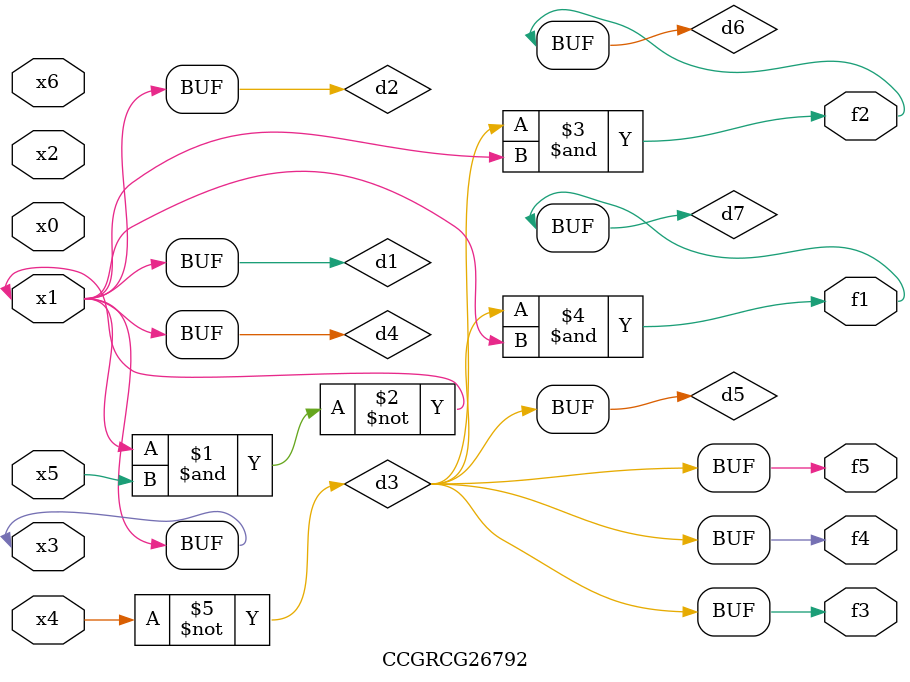
<source format=v>
module CCGRCG26792(
	input x0, x1, x2, x3, x4, x5, x6,
	output f1, f2, f3, f4, f5
);

	wire d1, d2, d3, d4, d5, d6, d7;

	buf (d1, x1, x3);
	nand (d2, x1, x5);
	not (d3, x4);
	buf (d4, d1, d2);
	buf (d5, d3);
	and (d6, d3, d4);
	and (d7, d3, d4);
	assign f1 = d7;
	assign f2 = d6;
	assign f3 = d5;
	assign f4 = d5;
	assign f5 = d5;
endmodule

</source>
